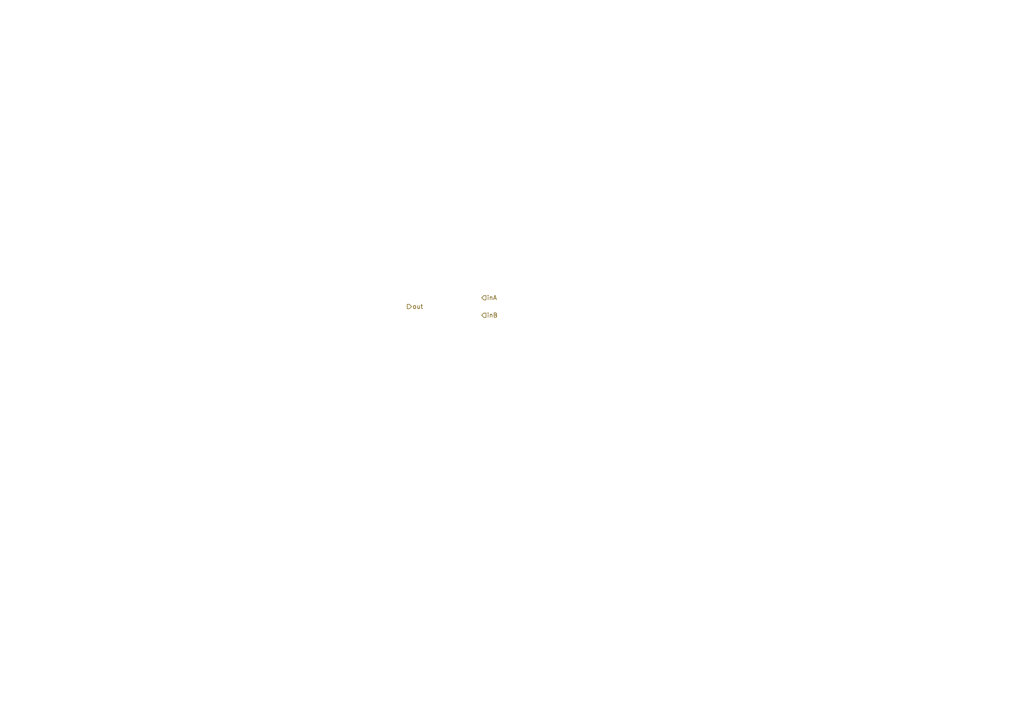
<source format=kicad_sch>
(kicad_sch (version 20211123) (generator eeschema)
  (paper "A4")
  (lib_symbols)
  (hierarchical_label "inB" (shape input) (at 139.7 91.44 0))
  (hierarchical_label "out" (shape output) (at 118.11 88.9 0))
  (hierarchical_label "inA" (shape input) (at 139.7 86.36 0))
)
</source>
